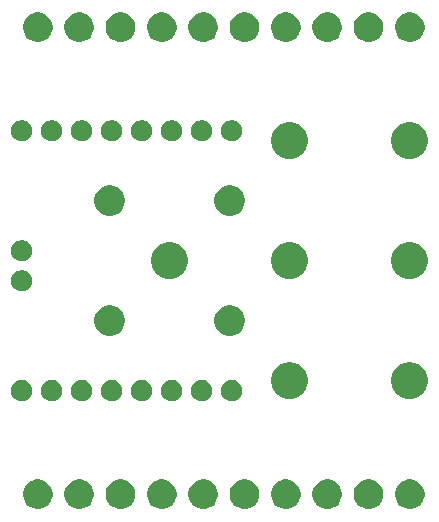
<source format=gbr>
G04 #@! TF.GenerationSoftware,KiCad,Pcbnew,5.1.5-52549c5~86~ubuntu18.04.1*
G04 #@! TF.CreationDate,2020-09-08T17:42:28-05:00*
G04 #@! TF.ProjectId,C02,4330322e-6b69-4636-9164-5f7063625858,rev?*
G04 #@! TF.SameCoordinates,Original*
G04 #@! TF.FileFunction,Soldermask,Top*
G04 #@! TF.FilePolarity,Negative*
%FSLAX46Y46*%
G04 Gerber Fmt 4.6, Leading zero omitted, Abs format (unit mm)*
G04 Created by KiCad (PCBNEW 5.1.5-52549c5~86~ubuntu18.04.1) date 2020-09-08 17:42:28*
%MOMM*%
%LPD*%
G04 APERTURE LIST*
%ADD10C,0.100000*%
G04 APERTURE END LIST*
D10*
G36*
X54670103Y-62698475D02*
G01*
X54897771Y-62792778D01*
X55102666Y-62929685D01*
X55276915Y-63103934D01*
X55413822Y-63308829D01*
X55508125Y-63536497D01*
X55556200Y-63778187D01*
X55556200Y-64024613D01*
X55508125Y-64266303D01*
X55413822Y-64493971D01*
X55276915Y-64698866D01*
X55102666Y-64873115D01*
X54897771Y-65010022D01*
X54897770Y-65010023D01*
X54897769Y-65010023D01*
X54670103Y-65104325D01*
X54428414Y-65152400D01*
X54181986Y-65152400D01*
X53940297Y-65104325D01*
X53712631Y-65010023D01*
X53712630Y-65010023D01*
X53712629Y-65010022D01*
X53507734Y-64873115D01*
X53333485Y-64698866D01*
X53196578Y-64493971D01*
X53102275Y-64266303D01*
X53054200Y-64024613D01*
X53054200Y-63778187D01*
X53102275Y-63536497D01*
X53196578Y-63308829D01*
X53333485Y-63103934D01*
X53507734Y-62929685D01*
X53712629Y-62792778D01*
X53940297Y-62698475D01*
X54181986Y-62650400D01*
X54428414Y-62650400D01*
X54670103Y-62698475D01*
G37*
G36*
X51170103Y-62698475D02*
G01*
X51397771Y-62792778D01*
X51602666Y-62929685D01*
X51776915Y-63103934D01*
X51913822Y-63308829D01*
X52008125Y-63536497D01*
X52056200Y-63778187D01*
X52056200Y-64024613D01*
X52008125Y-64266303D01*
X51913822Y-64493971D01*
X51776915Y-64698866D01*
X51602666Y-64873115D01*
X51397771Y-65010022D01*
X51397770Y-65010023D01*
X51397769Y-65010023D01*
X51170103Y-65104325D01*
X50928414Y-65152400D01*
X50681986Y-65152400D01*
X50440297Y-65104325D01*
X50212631Y-65010023D01*
X50212630Y-65010023D01*
X50212629Y-65010022D01*
X50007734Y-64873115D01*
X49833485Y-64698866D01*
X49696578Y-64493971D01*
X49602275Y-64266303D01*
X49554200Y-64024613D01*
X49554200Y-63778187D01*
X49602275Y-63536497D01*
X49696578Y-63308829D01*
X49833485Y-63103934D01*
X50007734Y-62929685D01*
X50212629Y-62792778D01*
X50440297Y-62698475D01*
X50681986Y-62650400D01*
X50928414Y-62650400D01*
X51170103Y-62698475D01*
G37*
G36*
X23170103Y-62698475D02*
G01*
X23397771Y-62792778D01*
X23602666Y-62929685D01*
X23776915Y-63103934D01*
X23913822Y-63308829D01*
X24008125Y-63536497D01*
X24056200Y-63778187D01*
X24056200Y-64024613D01*
X24008125Y-64266303D01*
X23913822Y-64493971D01*
X23776915Y-64698866D01*
X23602666Y-64873115D01*
X23397771Y-65010022D01*
X23397770Y-65010023D01*
X23397769Y-65010023D01*
X23170103Y-65104325D01*
X22928414Y-65152400D01*
X22681986Y-65152400D01*
X22440297Y-65104325D01*
X22212631Y-65010023D01*
X22212630Y-65010023D01*
X22212629Y-65010022D01*
X22007734Y-64873115D01*
X21833485Y-64698866D01*
X21696578Y-64493971D01*
X21602275Y-64266303D01*
X21554200Y-64024613D01*
X21554200Y-63778187D01*
X21602275Y-63536497D01*
X21696578Y-63308829D01*
X21833485Y-63103934D01*
X22007734Y-62929685D01*
X22212629Y-62792778D01*
X22440297Y-62698475D01*
X22681986Y-62650400D01*
X22928414Y-62650400D01*
X23170103Y-62698475D01*
G37*
G36*
X26670103Y-62698475D02*
G01*
X26897771Y-62792778D01*
X27102666Y-62929685D01*
X27276915Y-63103934D01*
X27413822Y-63308829D01*
X27508125Y-63536497D01*
X27556200Y-63778187D01*
X27556200Y-64024613D01*
X27508125Y-64266303D01*
X27413822Y-64493971D01*
X27276915Y-64698866D01*
X27102666Y-64873115D01*
X26897771Y-65010022D01*
X26897770Y-65010023D01*
X26897769Y-65010023D01*
X26670103Y-65104325D01*
X26428414Y-65152400D01*
X26181986Y-65152400D01*
X25940297Y-65104325D01*
X25712631Y-65010023D01*
X25712630Y-65010023D01*
X25712629Y-65010022D01*
X25507734Y-64873115D01*
X25333485Y-64698866D01*
X25196578Y-64493971D01*
X25102275Y-64266303D01*
X25054200Y-64024613D01*
X25054200Y-63778187D01*
X25102275Y-63536497D01*
X25196578Y-63308829D01*
X25333485Y-63103934D01*
X25507734Y-62929685D01*
X25712629Y-62792778D01*
X25940297Y-62698475D01*
X26181986Y-62650400D01*
X26428414Y-62650400D01*
X26670103Y-62698475D01*
G37*
G36*
X30170103Y-62698475D02*
G01*
X30397771Y-62792778D01*
X30602666Y-62929685D01*
X30776915Y-63103934D01*
X30913822Y-63308829D01*
X31008125Y-63536497D01*
X31056200Y-63778187D01*
X31056200Y-64024613D01*
X31008125Y-64266303D01*
X30913822Y-64493971D01*
X30776915Y-64698866D01*
X30602666Y-64873115D01*
X30397771Y-65010022D01*
X30397770Y-65010023D01*
X30397769Y-65010023D01*
X30170103Y-65104325D01*
X29928414Y-65152400D01*
X29681986Y-65152400D01*
X29440297Y-65104325D01*
X29212631Y-65010023D01*
X29212630Y-65010023D01*
X29212629Y-65010022D01*
X29007734Y-64873115D01*
X28833485Y-64698866D01*
X28696578Y-64493971D01*
X28602275Y-64266303D01*
X28554200Y-64024613D01*
X28554200Y-63778187D01*
X28602275Y-63536497D01*
X28696578Y-63308829D01*
X28833485Y-63103934D01*
X29007734Y-62929685D01*
X29212629Y-62792778D01*
X29440297Y-62698475D01*
X29681986Y-62650400D01*
X29928414Y-62650400D01*
X30170103Y-62698475D01*
G37*
G36*
X33670103Y-62698475D02*
G01*
X33897771Y-62792778D01*
X34102666Y-62929685D01*
X34276915Y-63103934D01*
X34413822Y-63308829D01*
X34508125Y-63536497D01*
X34556200Y-63778187D01*
X34556200Y-64024613D01*
X34508125Y-64266303D01*
X34413822Y-64493971D01*
X34276915Y-64698866D01*
X34102666Y-64873115D01*
X33897771Y-65010022D01*
X33897770Y-65010023D01*
X33897769Y-65010023D01*
X33670103Y-65104325D01*
X33428414Y-65152400D01*
X33181986Y-65152400D01*
X32940297Y-65104325D01*
X32712631Y-65010023D01*
X32712630Y-65010023D01*
X32712629Y-65010022D01*
X32507734Y-64873115D01*
X32333485Y-64698866D01*
X32196578Y-64493971D01*
X32102275Y-64266303D01*
X32054200Y-64024613D01*
X32054200Y-63778187D01*
X32102275Y-63536497D01*
X32196578Y-63308829D01*
X32333485Y-63103934D01*
X32507734Y-62929685D01*
X32712629Y-62792778D01*
X32940297Y-62698475D01*
X33181986Y-62650400D01*
X33428414Y-62650400D01*
X33670103Y-62698475D01*
G37*
G36*
X40670103Y-62698475D02*
G01*
X40897771Y-62792778D01*
X41102666Y-62929685D01*
X41276915Y-63103934D01*
X41413822Y-63308829D01*
X41508125Y-63536497D01*
X41556200Y-63778187D01*
X41556200Y-64024613D01*
X41508125Y-64266303D01*
X41413822Y-64493971D01*
X41276915Y-64698866D01*
X41102666Y-64873115D01*
X40897771Y-65010022D01*
X40897770Y-65010023D01*
X40897769Y-65010023D01*
X40670103Y-65104325D01*
X40428414Y-65152400D01*
X40181986Y-65152400D01*
X39940297Y-65104325D01*
X39712631Y-65010023D01*
X39712630Y-65010023D01*
X39712629Y-65010022D01*
X39507734Y-64873115D01*
X39333485Y-64698866D01*
X39196578Y-64493971D01*
X39102275Y-64266303D01*
X39054200Y-64024613D01*
X39054200Y-63778187D01*
X39102275Y-63536497D01*
X39196578Y-63308829D01*
X39333485Y-63103934D01*
X39507734Y-62929685D01*
X39712629Y-62792778D01*
X39940297Y-62698475D01*
X40181986Y-62650400D01*
X40428414Y-62650400D01*
X40670103Y-62698475D01*
G37*
G36*
X44170103Y-62698475D02*
G01*
X44397771Y-62792778D01*
X44602666Y-62929685D01*
X44776915Y-63103934D01*
X44913822Y-63308829D01*
X45008125Y-63536497D01*
X45056200Y-63778187D01*
X45056200Y-64024613D01*
X45008125Y-64266303D01*
X44913822Y-64493971D01*
X44776915Y-64698866D01*
X44602666Y-64873115D01*
X44397771Y-65010022D01*
X44397770Y-65010023D01*
X44397769Y-65010023D01*
X44170103Y-65104325D01*
X43928414Y-65152400D01*
X43681986Y-65152400D01*
X43440297Y-65104325D01*
X43212631Y-65010023D01*
X43212630Y-65010023D01*
X43212629Y-65010022D01*
X43007734Y-64873115D01*
X42833485Y-64698866D01*
X42696578Y-64493971D01*
X42602275Y-64266303D01*
X42554200Y-64024613D01*
X42554200Y-63778187D01*
X42602275Y-63536497D01*
X42696578Y-63308829D01*
X42833485Y-63103934D01*
X43007734Y-62929685D01*
X43212629Y-62792778D01*
X43440297Y-62698475D01*
X43681986Y-62650400D01*
X43928414Y-62650400D01*
X44170103Y-62698475D01*
G37*
G36*
X47670103Y-62698475D02*
G01*
X47897771Y-62792778D01*
X48102666Y-62929685D01*
X48276915Y-63103934D01*
X48413822Y-63308829D01*
X48508125Y-63536497D01*
X48556200Y-63778187D01*
X48556200Y-64024613D01*
X48508125Y-64266303D01*
X48413822Y-64493971D01*
X48276915Y-64698866D01*
X48102666Y-64873115D01*
X47897771Y-65010022D01*
X47897770Y-65010023D01*
X47897769Y-65010023D01*
X47670103Y-65104325D01*
X47428414Y-65152400D01*
X47181986Y-65152400D01*
X46940297Y-65104325D01*
X46712631Y-65010023D01*
X46712630Y-65010023D01*
X46712629Y-65010022D01*
X46507734Y-64873115D01*
X46333485Y-64698866D01*
X46196578Y-64493971D01*
X46102275Y-64266303D01*
X46054200Y-64024613D01*
X46054200Y-63778187D01*
X46102275Y-63536497D01*
X46196578Y-63308829D01*
X46333485Y-63103934D01*
X46507734Y-62929685D01*
X46712629Y-62792778D01*
X46940297Y-62698475D01*
X47181986Y-62650400D01*
X47428414Y-62650400D01*
X47670103Y-62698475D01*
G37*
G36*
X37170103Y-62698475D02*
G01*
X37397771Y-62792778D01*
X37602666Y-62929685D01*
X37776915Y-63103934D01*
X37913822Y-63308829D01*
X38008125Y-63536497D01*
X38056200Y-63778187D01*
X38056200Y-64024613D01*
X38008125Y-64266303D01*
X37913822Y-64493971D01*
X37776915Y-64698866D01*
X37602666Y-64873115D01*
X37397771Y-65010022D01*
X37397770Y-65010023D01*
X37397769Y-65010023D01*
X37170103Y-65104325D01*
X36928414Y-65152400D01*
X36681986Y-65152400D01*
X36440297Y-65104325D01*
X36212631Y-65010023D01*
X36212630Y-65010023D01*
X36212629Y-65010022D01*
X36007734Y-64873115D01*
X35833485Y-64698866D01*
X35696578Y-64493971D01*
X35602275Y-64266303D01*
X35554200Y-64024613D01*
X35554200Y-63778187D01*
X35602275Y-63536497D01*
X35696578Y-63308829D01*
X35833485Y-63103934D01*
X36007734Y-62929685D01*
X36212629Y-62792778D01*
X36440297Y-62698475D01*
X36681986Y-62650400D01*
X36928414Y-62650400D01*
X37170103Y-62698475D01*
G37*
G36*
X34251112Y-54233927D02*
G01*
X34400412Y-54263624D01*
X34564384Y-54331544D01*
X34711954Y-54430147D01*
X34837453Y-54555646D01*
X34936056Y-54703216D01*
X35003976Y-54867188D01*
X35038600Y-55041259D01*
X35038600Y-55218741D01*
X35003976Y-55392812D01*
X34936056Y-55556784D01*
X34837453Y-55704354D01*
X34711954Y-55829853D01*
X34564384Y-55928456D01*
X34400412Y-55996376D01*
X34251112Y-56026073D01*
X34226342Y-56031000D01*
X34048858Y-56031000D01*
X34024088Y-56026073D01*
X33874788Y-55996376D01*
X33710816Y-55928456D01*
X33563246Y-55829853D01*
X33437747Y-55704354D01*
X33339144Y-55556784D01*
X33271224Y-55392812D01*
X33236600Y-55218741D01*
X33236600Y-55041259D01*
X33271224Y-54867188D01*
X33339144Y-54703216D01*
X33437747Y-54555646D01*
X33563246Y-54430147D01*
X33710816Y-54331544D01*
X33874788Y-54263624D01*
X34024088Y-54233927D01*
X34048858Y-54229000D01*
X34226342Y-54229000D01*
X34251112Y-54233927D01*
G37*
G36*
X39331112Y-54233927D02*
G01*
X39480412Y-54263624D01*
X39644384Y-54331544D01*
X39791954Y-54430147D01*
X39917453Y-54555646D01*
X40016056Y-54703216D01*
X40083976Y-54867188D01*
X40118600Y-55041259D01*
X40118600Y-55218741D01*
X40083976Y-55392812D01*
X40016056Y-55556784D01*
X39917453Y-55704354D01*
X39791954Y-55829853D01*
X39644384Y-55928456D01*
X39480412Y-55996376D01*
X39331112Y-56026073D01*
X39306342Y-56031000D01*
X39128858Y-56031000D01*
X39104088Y-56026073D01*
X38954788Y-55996376D01*
X38790816Y-55928456D01*
X38643246Y-55829853D01*
X38517747Y-55704354D01*
X38419144Y-55556784D01*
X38351224Y-55392812D01*
X38316600Y-55218741D01*
X38316600Y-55041259D01*
X38351224Y-54867188D01*
X38419144Y-54703216D01*
X38517747Y-54555646D01*
X38643246Y-54430147D01*
X38790816Y-54331544D01*
X38954788Y-54263624D01*
X39104088Y-54233927D01*
X39128858Y-54229000D01*
X39306342Y-54229000D01*
X39331112Y-54233927D01*
G37*
G36*
X36791112Y-54233927D02*
G01*
X36940412Y-54263624D01*
X37104384Y-54331544D01*
X37251954Y-54430147D01*
X37377453Y-54555646D01*
X37476056Y-54703216D01*
X37543976Y-54867188D01*
X37578600Y-55041259D01*
X37578600Y-55218741D01*
X37543976Y-55392812D01*
X37476056Y-55556784D01*
X37377453Y-55704354D01*
X37251954Y-55829853D01*
X37104384Y-55928456D01*
X36940412Y-55996376D01*
X36791112Y-56026073D01*
X36766342Y-56031000D01*
X36588858Y-56031000D01*
X36564088Y-56026073D01*
X36414788Y-55996376D01*
X36250816Y-55928456D01*
X36103246Y-55829853D01*
X35977747Y-55704354D01*
X35879144Y-55556784D01*
X35811224Y-55392812D01*
X35776600Y-55218741D01*
X35776600Y-55041259D01*
X35811224Y-54867188D01*
X35879144Y-54703216D01*
X35977747Y-54555646D01*
X36103246Y-54430147D01*
X36250816Y-54331544D01*
X36414788Y-54263624D01*
X36564088Y-54233927D01*
X36588858Y-54229000D01*
X36766342Y-54229000D01*
X36791112Y-54233927D01*
G37*
G36*
X29171112Y-54233927D02*
G01*
X29320412Y-54263624D01*
X29484384Y-54331544D01*
X29631954Y-54430147D01*
X29757453Y-54555646D01*
X29856056Y-54703216D01*
X29923976Y-54867188D01*
X29958600Y-55041259D01*
X29958600Y-55218741D01*
X29923976Y-55392812D01*
X29856056Y-55556784D01*
X29757453Y-55704354D01*
X29631954Y-55829853D01*
X29484384Y-55928456D01*
X29320412Y-55996376D01*
X29171112Y-56026073D01*
X29146342Y-56031000D01*
X28968858Y-56031000D01*
X28944088Y-56026073D01*
X28794788Y-55996376D01*
X28630816Y-55928456D01*
X28483246Y-55829853D01*
X28357747Y-55704354D01*
X28259144Y-55556784D01*
X28191224Y-55392812D01*
X28156600Y-55218741D01*
X28156600Y-55041259D01*
X28191224Y-54867188D01*
X28259144Y-54703216D01*
X28357747Y-54555646D01*
X28483246Y-54430147D01*
X28630816Y-54331544D01*
X28794788Y-54263624D01*
X28944088Y-54233927D01*
X28968858Y-54229000D01*
X29146342Y-54229000D01*
X29171112Y-54233927D01*
G37*
G36*
X26631112Y-54233927D02*
G01*
X26780412Y-54263624D01*
X26944384Y-54331544D01*
X27091954Y-54430147D01*
X27217453Y-54555646D01*
X27316056Y-54703216D01*
X27383976Y-54867188D01*
X27418600Y-55041259D01*
X27418600Y-55218741D01*
X27383976Y-55392812D01*
X27316056Y-55556784D01*
X27217453Y-55704354D01*
X27091954Y-55829853D01*
X26944384Y-55928456D01*
X26780412Y-55996376D01*
X26631112Y-56026073D01*
X26606342Y-56031000D01*
X26428858Y-56031000D01*
X26404088Y-56026073D01*
X26254788Y-55996376D01*
X26090816Y-55928456D01*
X25943246Y-55829853D01*
X25817747Y-55704354D01*
X25719144Y-55556784D01*
X25651224Y-55392812D01*
X25616600Y-55218741D01*
X25616600Y-55041259D01*
X25651224Y-54867188D01*
X25719144Y-54703216D01*
X25817747Y-54555646D01*
X25943246Y-54430147D01*
X26090816Y-54331544D01*
X26254788Y-54263624D01*
X26404088Y-54233927D01*
X26428858Y-54229000D01*
X26606342Y-54229000D01*
X26631112Y-54233927D01*
G37*
G36*
X24091112Y-54233927D02*
G01*
X24240412Y-54263624D01*
X24404384Y-54331544D01*
X24551954Y-54430147D01*
X24677453Y-54555646D01*
X24776056Y-54703216D01*
X24843976Y-54867188D01*
X24878600Y-55041259D01*
X24878600Y-55218741D01*
X24843976Y-55392812D01*
X24776056Y-55556784D01*
X24677453Y-55704354D01*
X24551954Y-55829853D01*
X24404384Y-55928456D01*
X24240412Y-55996376D01*
X24091112Y-56026073D01*
X24066342Y-56031000D01*
X23888858Y-56031000D01*
X23864088Y-56026073D01*
X23714788Y-55996376D01*
X23550816Y-55928456D01*
X23403246Y-55829853D01*
X23277747Y-55704354D01*
X23179144Y-55556784D01*
X23111224Y-55392812D01*
X23076600Y-55218741D01*
X23076600Y-55041259D01*
X23111224Y-54867188D01*
X23179144Y-54703216D01*
X23277747Y-54555646D01*
X23403246Y-54430147D01*
X23550816Y-54331544D01*
X23714788Y-54263624D01*
X23864088Y-54233927D01*
X23888858Y-54229000D01*
X24066342Y-54229000D01*
X24091112Y-54233927D01*
G37*
G36*
X31711112Y-54233927D02*
G01*
X31860412Y-54263624D01*
X32024384Y-54331544D01*
X32171954Y-54430147D01*
X32297453Y-54555646D01*
X32396056Y-54703216D01*
X32463976Y-54867188D01*
X32498600Y-55041259D01*
X32498600Y-55218741D01*
X32463976Y-55392812D01*
X32396056Y-55556784D01*
X32297453Y-55704354D01*
X32171954Y-55829853D01*
X32024384Y-55928456D01*
X31860412Y-55996376D01*
X31711112Y-56026073D01*
X31686342Y-56031000D01*
X31508858Y-56031000D01*
X31484088Y-56026073D01*
X31334788Y-55996376D01*
X31170816Y-55928456D01*
X31023246Y-55829853D01*
X30897747Y-55704354D01*
X30799144Y-55556784D01*
X30731224Y-55392812D01*
X30696600Y-55218741D01*
X30696600Y-55041259D01*
X30731224Y-54867188D01*
X30799144Y-54703216D01*
X30897747Y-54555646D01*
X31023246Y-54430147D01*
X31170816Y-54331544D01*
X31334788Y-54263624D01*
X31484088Y-54233927D01*
X31508858Y-54229000D01*
X31686342Y-54229000D01*
X31711112Y-54233927D01*
G37*
G36*
X21551112Y-54233927D02*
G01*
X21700412Y-54263624D01*
X21864384Y-54331544D01*
X22011954Y-54430147D01*
X22137453Y-54555646D01*
X22236056Y-54703216D01*
X22303976Y-54867188D01*
X22338600Y-55041259D01*
X22338600Y-55218741D01*
X22303976Y-55392812D01*
X22236056Y-55556784D01*
X22137453Y-55704354D01*
X22011954Y-55829853D01*
X21864384Y-55928456D01*
X21700412Y-55996376D01*
X21551112Y-56026073D01*
X21526342Y-56031000D01*
X21348858Y-56031000D01*
X21324088Y-56026073D01*
X21174788Y-55996376D01*
X21010816Y-55928456D01*
X20863246Y-55829853D01*
X20737747Y-55704354D01*
X20639144Y-55556784D01*
X20571224Y-55392812D01*
X20536600Y-55218741D01*
X20536600Y-55041259D01*
X20571224Y-54867188D01*
X20639144Y-54703216D01*
X20737747Y-54555646D01*
X20863246Y-54430147D01*
X21010816Y-54331544D01*
X21174788Y-54263624D01*
X21324088Y-54233927D01*
X21348858Y-54229000D01*
X21526342Y-54229000D01*
X21551112Y-54233927D01*
G37*
G36*
X54592585Y-52768802D02*
G01*
X54742410Y-52798604D01*
X55024674Y-52915521D01*
X55278705Y-53085259D01*
X55494741Y-53301295D01*
X55664479Y-53555326D01*
X55781396Y-53837590D01*
X55841000Y-54137240D01*
X55841000Y-54442760D01*
X55781396Y-54742410D01*
X55664479Y-55024674D01*
X55494741Y-55278705D01*
X55278705Y-55494741D01*
X55024674Y-55664479D01*
X54742410Y-55781396D01*
X54592585Y-55811198D01*
X54442761Y-55841000D01*
X54137239Y-55841000D01*
X53987415Y-55811198D01*
X53837590Y-55781396D01*
X53555326Y-55664479D01*
X53301295Y-55494741D01*
X53085259Y-55278705D01*
X52915521Y-55024674D01*
X52798604Y-54742410D01*
X52739000Y-54442760D01*
X52739000Y-54137240D01*
X52798604Y-53837590D01*
X52915521Y-53555326D01*
X53085259Y-53301295D01*
X53301295Y-53085259D01*
X53555326Y-52915521D01*
X53837590Y-52798604D01*
X53987415Y-52768802D01*
X54137239Y-52739000D01*
X54442761Y-52739000D01*
X54592585Y-52768802D01*
G37*
G36*
X44432585Y-52768802D02*
G01*
X44582410Y-52798604D01*
X44864674Y-52915521D01*
X45118705Y-53085259D01*
X45334741Y-53301295D01*
X45504479Y-53555326D01*
X45621396Y-53837590D01*
X45681000Y-54137240D01*
X45681000Y-54442760D01*
X45621396Y-54742410D01*
X45504479Y-55024674D01*
X45334741Y-55278705D01*
X45118705Y-55494741D01*
X44864674Y-55664479D01*
X44582410Y-55781396D01*
X44432585Y-55811198D01*
X44282761Y-55841000D01*
X43977239Y-55841000D01*
X43827415Y-55811198D01*
X43677590Y-55781396D01*
X43395326Y-55664479D01*
X43141295Y-55494741D01*
X42925259Y-55278705D01*
X42755521Y-55024674D01*
X42638604Y-54742410D01*
X42579000Y-54442760D01*
X42579000Y-54137240D01*
X42638604Y-53837590D01*
X42755521Y-53555326D01*
X42925259Y-53301295D01*
X43141295Y-53085259D01*
X43395326Y-52915521D01*
X43677590Y-52798604D01*
X43827415Y-52768802D01*
X43977239Y-52739000D01*
X44282761Y-52739000D01*
X44432585Y-52768802D01*
G37*
G36*
X39429393Y-47959304D02*
G01*
X39666101Y-48057352D01*
X39666103Y-48057353D01*
X39879135Y-48199696D01*
X40060304Y-48380865D01*
X40202647Y-48593897D01*
X40202648Y-48593899D01*
X40300696Y-48830607D01*
X40350680Y-49081893D01*
X40350680Y-49338107D01*
X40300696Y-49589393D01*
X40202648Y-49826101D01*
X40202647Y-49826103D01*
X40060304Y-50039135D01*
X39879135Y-50220304D01*
X39666103Y-50362647D01*
X39666102Y-50362648D01*
X39666101Y-50362648D01*
X39429393Y-50460696D01*
X39178107Y-50510680D01*
X38921893Y-50510680D01*
X38670607Y-50460696D01*
X38433899Y-50362648D01*
X38433898Y-50362648D01*
X38433897Y-50362647D01*
X38220865Y-50220304D01*
X38039696Y-50039135D01*
X37897353Y-49826103D01*
X37897352Y-49826101D01*
X37799304Y-49589393D01*
X37749320Y-49338107D01*
X37749320Y-49081893D01*
X37799304Y-48830607D01*
X37897352Y-48593899D01*
X37897353Y-48593897D01*
X38039696Y-48380865D01*
X38220865Y-48199696D01*
X38433897Y-48057353D01*
X38433899Y-48057352D01*
X38670607Y-47959304D01*
X38921893Y-47909320D01*
X39178107Y-47909320D01*
X39429393Y-47959304D01*
G37*
G36*
X29269393Y-47959304D02*
G01*
X29506101Y-48057352D01*
X29506103Y-48057353D01*
X29719135Y-48199696D01*
X29900304Y-48380865D01*
X30042647Y-48593897D01*
X30042648Y-48593899D01*
X30140696Y-48830607D01*
X30190680Y-49081893D01*
X30190680Y-49338107D01*
X30140696Y-49589393D01*
X30042648Y-49826101D01*
X30042647Y-49826103D01*
X29900304Y-50039135D01*
X29719135Y-50220304D01*
X29506103Y-50362647D01*
X29506102Y-50362648D01*
X29506101Y-50362648D01*
X29269393Y-50460696D01*
X29018107Y-50510680D01*
X28761893Y-50510680D01*
X28510607Y-50460696D01*
X28273899Y-50362648D01*
X28273898Y-50362648D01*
X28273897Y-50362647D01*
X28060865Y-50220304D01*
X27879696Y-50039135D01*
X27737353Y-49826103D01*
X27737352Y-49826101D01*
X27639304Y-49589393D01*
X27589320Y-49338107D01*
X27589320Y-49081893D01*
X27639304Y-48830607D01*
X27737352Y-48593899D01*
X27737353Y-48593897D01*
X27879696Y-48380865D01*
X28060865Y-48199696D01*
X28273897Y-48057353D01*
X28273899Y-48057352D01*
X28510607Y-47959304D01*
X28761893Y-47909320D01*
X29018107Y-47909320D01*
X29269393Y-47959304D01*
G37*
G36*
X21551112Y-44933927D02*
G01*
X21700412Y-44963624D01*
X21864384Y-45031544D01*
X22011954Y-45130147D01*
X22137453Y-45255646D01*
X22236056Y-45403216D01*
X22303976Y-45567188D01*
X22338600Y-45741259D01*
X22338600Y-45918741D01*
X22303976Y-46092812D01*
X22236056Y-46256784D01*
X22137453Y-46404354D01*
X22011954Y-46529853D01*
X21864384Y-46628456D01*
X21700412Y-46696376D01*
X21551112Y-46726073D01*
X21526342Y-46731000D01*
X21348858Y-46731000D01*
X21324088Y-46726073D01*
X21174788Y-46696376D01*
X21010816Y-46628456D01*
X20863246Y-46529853D01*
X20737747Y-46404354D01*
X20639144Y-46256784D01*
X20571224Y-46092812D01*
X20536600Y-45918741D01*
X20536600Y-45741259D01*
X20571224Y-45567188D01*
X20639144Y-45403216D01*
X20737747Y-45255646D01*
X20863246Y-45130147D01*
X21010816Y-45031544D01*
X21174788Y-44963624D01*
X21324088Y-44933927D01*
X21348858Y-44929000D01*
X21526342Y-44929000D01*
X21551112Y-44933927D01*
G37*
G36*
X54498800Y-42590147D02*
G01*
X54742410Y-42638604D01*
X55024674Y-42755521D01*
X55278705Y-42925259D01*
X55494741Y-43141295D01*
X55664479Y-43395326D01*
X55781396Y-43677590D01*
X55841000Y-43977240D01*
X55841000Y-44282760D01*
X55781396Y-44582410D01*
X55664479Y-44864674D01*
X55494741Y-45118705D01*
X55278705Y-45334741D01*
X55024674Y-45504479D01*
X54742410Y-45621396D01*
X54592585Y-45651198D01*
X54442761Y-45681000D01*
X54137239Y-45681000D01*
X53987415Y-45651198D01*
X53837590Y-45621396D01*
X53555326Y-45504479D01*
X53301295Y-45334741D01*
X53085259Y-45118705D01*
X52915521Y-44864674D01*
X52798604Y-44582410D01*
X52739000Y-44282760D01*
X52739000Y-43977240D01*
X52798604Y-43677590D01*
X52915521Y-43395326D01*
X53085259Y-43141295D01*
X53301295Y-42925259D01*
X53555326Y-42755521D01*
X53837590Y-42638604D01*
X54081200Y-42590147D01*
X54137239Y-42579000D01*
X54442761Y-42579000D01*
X54498800Y-42590147D01*
G37*
G36*
X44338800Y-42590147D02*
G01*
X44582410Y-42638604D01*
X44864674Y-42755521D01*
X45118705Y-42925259D01*
X45334741Y-43141295D01*
X45504479Y-43395326D01*
X45621396Y-43677590D01*
X45681000Y-43977240D01*
X45681000Y-44282760D01*
X45621396Y-44582410D01*
X45504479Y-44864674D01*
X45334741Y-45118705D01*
X45118705Y-45334741D01*
X44864674Y-45504479D01*
X44582410Y-45621396D01*
X44432585Y-45651198D01*
X44282761Y-45681000D01*
X43977239Y-45681000D01*
X43827415Y-45651198D01*
X43677590Y-45621396D01*
X43395326Y-45504479D01*
X43141295Y-45334741D01*
X42925259Y-45118705D01*
X42755521Y-44864674D01*
X42638604Y-44582410D01*
X42579000Y-44282760D01*
X42579000Y-43977240D01*
X42638604Y-43677590D01*
X42755521Y-43395326D01*
X42925259Y-43141295D01*
X43141295Y-42925259D01*
X43395326Y-42755521D01*
X43677590Y-42638604D01*
X43921200Y-42590147D01*
X43977239Y-42579000D01*
X44282761Y-42579000D01*
X44338800Y-42590147D01*
G37*
G36*
X34178800Y-42590147D02*
G01*
X34422410Y-42638604D01*
X34704674Y-42755521D01*
X34958705Y-42925259D01*
X35174741Y-43141295D01*
X35344479Y-43395326D01*
X35461396Y-43677590D01*
X35521000Y-43977240D01*
X35521000Y-44282760D01*
X35461396Y-44582410D01*
X35344479Y-44864674D01*
X35174741Y-45118705D01*
X34958705Y-45334741D01*
X34704674Y-45504479D01*
X34422410Y-45621396D01*
X34272585Y-45651198D01*
X34122761Y-45681000D01*
X33817239Y-45681000D01*
X33667415Y-45651198D01*
X33517590Y-45621396D01*
X33235326Y-45504479D01*
X32981295Y-45334741D01*
X32765259Y-45118705D01*
X32595521Y-44864674D01*
X32478604Y-44582410D01*
X32419000Y-44282760D01*
X32419000Y-43977240D01*
X32478604Y-43677590D01*
X32595521Y-43395326D01*
X32765259Y-43141295D01*
X32981295Y-42925259D01*
X33235326Y-42755521D01*
X33517590Y-42638604D01*
X33761200Y-42590147D01*
X33817239Y-42579000D01*
X34122761Y-42579000D01*
X34178800Y-42590147D01*
G37*
G36*
X21551112Y-42393927D02*
G01*
X21700412Y-42423624D01*
X21864384Y-42491544D01*
X22011954Y-42590147D01*
X22137453Y-42715646D01*
X22236056Y-42863216D01*
X22303976Y-43027188D01*
X22338600Y-43201259D01*
X22338600Y-43378741D01*
X22303976Y-43552812D01*
X22236056Y-43716784D01*
X22137453Y-43864354D01*
X22011954Y-43989853D01*
X21864384Y-44088456D01*
X21700412Y-44156376D01*
X21551112Y-44186073D01*
X21526342Y-44191000D01*
X21348858Y-44191000D01*
X21324088Y-44186073D01*
X21174788Y-44156376D01*
X21010816Y-44088456D01*
X20863246Y-43989853D01*
X20737747Y-43864354D01*
X20639144Y-43716784D01*
X20571224Y-43552812D01*
X20536600Y-43378741D01*
X20536600Y-43201259D01*
X20571224Y-43027188D01*
X20639144Y-42863216D01*
X20737747Y-42715646D01*
X20863246Y-42590147D01*
X21010816Y-42491544D01*
X21174788Y-42423624D01*
X21324088Y-42393927D01*
X21348858Y-42389000D01*
X21526342Y-42389000D01*
X21551112Y-42393927D01*
G37*
G36*
X29269393Y-37799304D02*
G01*
X29506101Y-37897352D01*
X29506103Y-37897353D01*
X29719135Y-38039696D01*
X29900304Y-38220865D01*
X30042647Y-38433897D01*
X30042648Y-38433899D01*
X30140696Y-38670607D01*
X30190680Y-38921893D01*
X30190680Y-39178107D01*
X30140696Y-39429393D01*
X30042648Y-39666101D01*
X30042647Y-39666103D01*
X29900304Y-39879135D01*
X29719135Y-40060304D01*
X29506103Y-40202647D01*
X29506102Y-40202648D01*
X29506101Y-40202648D01*
X29269393Y-40300696D01*
X29018107Y-40350680D01*
X28761893Y-40350680D01*
X28510607Y-40300696D01*
X28273899Y-40202648D01*
X28273898Y-40202648D01*
X28273897Y-40202647D01*
X28060865Y-40060304D01*
X27879696Y-39879135D01*
X27737353Y-39666103D01*
X27737352Y-39666101D01*
X27639304Y-39429393D01*
X27589320Y-39178107D01*
X27589320Y-38921893D01*
X27639304Y-38670607D01*
X27737352Y-38433899D01*
X27737353Y-38433897D01*
X27879696Y-38220865D01*
X28060865Y-38039696D01*
X28273897Y-37897353D01*
X28273899Y-37897352D01*
X28510607Y-37799304D01*
X28761893Y-37749320D01*
X29018107Y-37749320D01*
X29269393Y-37799304D01*
G37*
G36*
X39429393Y-37799304D02*
G01*
X39666101Y-37897352D01*
X39666103Y-37897353D01*
X39879135Y-38039696D01*
X40060304Y-38220865D01*
X40202647Y-38433897D01*
X40202648Y-38433899D01*
X40300696Y-38670607D01*
X40350680Y-38921893D01*
X40350680Y-39178107D01*
X40300696Y-39429393D01*
X40202648Y-39666101D01*
X40202647Y-39666103D01*
X40060304Y-39879135D01*
X39879135Y-40060304D01*
X39666103Y-40202647D01*
X39666102Y-40202648D01*
X39666101Y-40202648D01*
X39429393Y-40300696D01*
X39178107Y-40350680D01*
X38921893Y-40350680D01*
X38670607Y-40300696D01*
X38433899Y-40202648D01*
X38433898Y-40202648D01*
X38433897Y-40202647D01*
X38220865Y-40060304D01*
X38039696Y-39879135D01*
X37897353Y-39666103D01*
X37897352Y-39666101D01*
X37799304Y-39429393D01*
X37749320Y-39178107D01*
X37749320Y-38921893D01*
X37799304Y-38670607D01*
X37897352Y-38433899D01*
X37897353Y-38433897D01*
X38039696Y-38220865D01*
X38220865Y-38039696D01*
X38433897Y-37897353D01*
X38433899Y-37897352D01*
X38670607Y-37799304D01*
X38921893Y-37749320D01*
X39178107Y-37749320D01*
X39429393Y-37799304D01*
G37*
G36*
X44338800Y-32430147D02*
G01*
X44582410Y-32478604D01*
X44864674Y-32595521D01*
X45118705Y-32765259D01*
X45334741Y-32981295D01*
X45504479Y-33235326D01*
X45621396Y-33517590D01*
X45681000Y-33817240D01*
X45681000Y-34122760D01*
X45621396Y-34422410D01*
X45504479Y-34704674D01*
X45334741Y-34958705D01*
X45118705Y-35174741D01*
X44864674Y-35344479D01*
X44582410Y-35461396D01*
X44432585Y-35491198D01*
X44282761Y-35521000D01*
X43977239Y-35521000D01*
X43827415Y-35491198D01*
X43677590Y-35461396D01*
X43395326Y-35344479D01*
X43141295Y-35174741D01*
X42925259Y-34958705D01*
X42755521Y-34704674D01*
X42638604Y-34422410D01*
X42579000Y-34122760D01*
X42579000Y-33817240D01*
X42638604Y-33517590D01*
X42755521Y-33235326D01*
X42925259Y-32981295D01*
X43141295Y-32765259D01*
X43395326Y-32595521D01*
X43677590Y-32478604D01*
X43921200Y-32430147D01*
X43977239Y-32419000D01*
X44282761Y-32419000D01*
X44338800Y-32430147D01*
G37*
G36*
X54498800Y-32430147D02*
G01*
X54742410Y-32478604D01*
X55024674Y-32595521D01*
X55278705Y-32765259D01*
X55494741Y-32981295D01*
X55664479Y-33235326D01*
X55781396Y-33517590D01*
X55841000Y-33817240D01*
X55841000Y-34122760D01*
X55781396Y-34422410D01*
X55664479Y-34704674D01*
X55494741Y-34958705D01*
X55278705Y-35174741D01*
X55024674Y-35344479D01*
X54742410Y-35461396D01*
X54592585Y-35491198D01*
X54442761Y-35521000D01*
X54137239Y-35521000D01*
X53987415Y-35491198D01*
X53837590Y-35461396D01*
X53555326Y-35344479D01*
X53301295Y-35174741D01*
X53085259Y-34958705D01*
X52915521Y-34704674D01*
X52798604Y-34422410D01*
X52739000Y-34122760D01*
X52739000Y-33817240D01*
X52798604Y-33517590D01*
X52915521Y-33235326D01*
X53085259Y-32981295D01*
X53301295Y-32765259D01*
X53555326Y-32595521D01*
X53837590Y-32478604D01*
X54081200Y-32430147D01*
X54137239Y-32419000D01*
X54442761Y-32419000D01*
X54498800Y-32430147D01*
G37*
G36*
X21551112Y-32233927D02*
G01*
X21700412Y-32263624D01*
X21864384Y-32331544D01*
X22011954Y-32430147D01*
X22137453Y-32555646D01*
X22236056Y-32703216D01*
X22303976Y-32867188D01*
X22338600Y-33041259D01*
X22338600Y-33218741D01*
X22303976Y-33392812D01*
X22236056Y-33556784D01*
X22137453Y-33704354D01*
X22011954Y-33829853D01*
X21864384Y-33928456D01*
X21700412Y-33996376D01*
X21551112Y-34026073D01*
X21526342Y-34031000D01*
X21348858Y-34031000D01*
X21324088Y-34026073D01*
X21174788Y-33996376D01*
X21010816Y-33928456D01*
X20863246Y-33829853D01*
X20737747Y-33704354D01*
X20639144Y-33556784D01*
X20571224Y-33392812D01*
X20536600Y-33218741D01*
X20536600Y-33041259D01*
X20571224Y-32867188D01*
X20639144Y-32703216D01*
X20737747Y-32555646D01*
X20863246Y-32430147D01*
X21010816Y-32331544D01*
X21174788Y-32263624D01*
X21324088Y-32233927D01*
X21348858Y-32229000D01*
X21526342Y-32229000D01*
X21551112Y-32233927D01*
G37*
G36*
X26631112Y-32233927D02*
G01*
X26780412Y-32263624D01*
X26944384Y-32331544D01*
X27091954Y-32430147D01*
X27217453Y-32555646D01*
X27316056Y-32703216D01*
X27383976Y-32867188D01*
X27418600Y-33041259D01*
X27418600Y-33218741D01*
X27383976Y-33392812D01*
X27316056Y-33556784D01*
X27217453Y-33704354D01*
X27091954Y-33829853D01*
X26944384Y-33928456D01*
X26780412Y-33996376D01*
X26631112Y-34026073D01*
X26606342Y-34031000D01*
X26428858Y-34031000D01*
X26404088Y-34026073D01*
X26254788Y-33996376D01*
X26090816Y-33928456D01*
X25943246Y-33829853D01*
X25817747Y-33704354D01*
X25719144Y-33556784D01*
X25651224Y-33392812D01*
X25616600Y-33218741D01*
X25616600Y-33041259D01*
X25651224Y-32867188D01*
X25719144Y-32703216D01*
X25817747Y-32555646D01*
X25943246Y-32430147D01*
X26090816Y-32331544D01*
X26254788Y-32263624D01*
X26404088Y-32233927D01*
X26428858Y-32229000D01*
X26606342Y-32229000D01*
X26631112Y-32233927D01*
G37*
G36*
X24091112Y-32233927D02*
G01*
X24240412Y-32263624D01*
X24404384Y-32331544D01*
X24551954Y-32430147D01*
X24677453Y-32555646D01*
X24776056Y-32703216D01*
X24843976Y-32867188D01*
X24878600Y-33041259D01*
X24878600Y-33218741D01*
X24843976Y-33392812D01*
X24776056Y-33556784D01*
X24677453Y-33704354D01*
X24551954Y-33829853D01*
X24404384Y-33928456D01*
X24240412Y-33996376D01*
X24091112Y-34026073D01*
X24066342Y-34031000D01*
X23888858Y-34031000D01*
X23864088Y-34026073D01*
X23714788Y-33996376D01*
X23550816Y-33928456D01*
X23403246Y-33829853D01*
X23277747Y-33704354D01*
X23179144Y-33556784D01*
X23111224Y-33392812D01*
X23076600Y-33218741D01*
X23076600Y-33041259D01*
X23111224Y-32867188D01*
X23179144Y-32703216D01*
X23277747Y-32555646D01*
X23403246Y-32430147D01*
X23550816Y-32331544D01*
X23714788Y-32263624D01*
X23864088Y-32233927D01*
X23888858Y-32229000D01*
X24066342Y-32229000D01*
X24091112Y-32233927D01*
G37*
G36*
X29171112Y-32233927D02*
G01*
X29320412Y-32263624D01*
X29484384Y-32331544D01*
X29631954Y-32430147D01*
X29757453Y-32555646D01*
X29856056Y-32703216D01*
X29923976Y-32867188D01*
X29958600Y-33041259D01*
X29958600Y-33218741D01*
X29923976Y-33392812D01*
X29856056Y-33556784D01*
X29757453Y-33704354D01*
X29631954Y-33829853D01*
X29484384Y-33928456D01*
X29320412Y-33996376D01*
X29171112Y-34026073D01*
X29146342Y-34031000D01*
X28968858Y-34031000D01*
X28944088Y-34026073D01*
X28794788Y-33996376D01*
X28630816Y-33928456D01*
X28483246Y-33829853D01*
X28357747Y-33704354D01*
X28259144Y-33556784D01*
X28191224Y-33392812D01*
X28156600Y-33218741D01*
X28156600Y-33041259D01*
X28191224Y-32867188D01*
X28259144Y-32703216D01*
X28357747Y-32555646D01*
X28483246Y-32430147D01*
X28630816Y-32331544D01*
X28794788Y-32263624D01*
X28944088Y-32233927D01*
X28968858Y-32229000D01*
X29146342Y-32229000D01*
X29171112Y-32233927D01*
G37*
G36*
X31711112Y-32233927D02*
G01*
X31860412Y-32263624D01*
X32024384Y-32331544D01*
X32171954Y-32430147D01*
X32297453Y-32555646D01*
X32396056Y-32703216D01*
X32463976Y-32867188D01*
X32498600Y-33041259D01*
X32498600Y-33218741D01*
X32463976Y-33392812D01*
X32396056Y-33556784D01*
X32297453Y-33704354D01*
X32171954Y-33829853D01*
X32024384Y-33928456D01*
X31860412Y-33996376D01*
X31711112Y-34026073D01*
X31686342Y-34031000D01*
X31508858Y-34031000D01*
X31484088Y-34026073D01*
X31334788Y-33996376D01*
X31170816Y-33928456D01*
X31023246Y-33829853D01*
X30897747Y-33704354D01*
X30799144Y-33556784D01*
X30731224Y-33392812D01*
X30696600Y-33218741D01*
X30696600Y-33041259D01*
X30731224Y-32867188D01*
X30799144Y-32703216D01*
X30897747Y-32555646D01*
X31023246Y-32430147D01*
X31170816Y-32331544D01*
X31334788Y-32263624D01*
X31484088Y-32233927D01*
X31508858Y-32229000D01*
X31686342Y-32229000D01*
X31711112Y-32233927D01*
G37*
G36*
X34251112Y-32233927D02*
G01*
X34400412Y-32263624D01*
X34564384Y-32331544D01*
X34711954Y-32430147D01*
X34837453Y-32555646D01*
X34936056Y-32703216D01*
X35003976Y-32867188D01*
X35038600Y-33041259D01*
X35038600Y-33218741D01*
X35003976Y-33392812D01*
X34936056Y-33556784D01*
X34837453Y-33704354D01*
X34711954Y-33829853D01*
X34564384Y-33928456D01*
X34400412Y-33996376D01*
X34251112Y-34026073D01*
X34226342Y-34031000D01*
X34048858Y-34031000D01*
X34024088Y-34026073D01*
X33874788Y-33996376D01*
X33710816Y-33928456D01*
X33563246Y-33829853D01*
X33437747Y-33704354D01*
X33339144Y-33556784D01*
X33271224Y-33392812D01*
X33236600Y-33218741D01*
X33236600Y-33041259D01*
X33271224Y-32867188D01*
X33339144Y-32703216D01*
X33437747Y-32555646D01*
X33563246Y-32430147D01*
X33710816Y-32331544D01*
X33874788Y-32263624D01*
X34024088Y-32233927D01*
X34048858Y-32229000D01*
X34226342Y-32229000D01*
X34251112Y-32233927D01*
G37*
G36*
X36791112Y-32233927D02*
G01*
X36940412Y-32263624D01*
X37104384Y-32331544D01*
X37251954Y-32430147D01*
X37377453Y-32555646D01*
X37476056Y-32703216D01*
X37543976Y-32867188D01*
X37578600Y-33041259D01*
X37578600Y-33218741D01*
X37543976Y-33392812D01*
X37476056Y-33556784D01*
X37377453Y-33704354D01*
X37251954Y-33829853D01*
X37104384Y-33928456D01*
X36940412Y-33996376D01*
X36791112Y-34026073D01*
X36766342Y-34031000D01*
X36588858Y-34031000D01*
X36564088Y-34026073D01*
X36414788Y-33996376D01*
X36250816Y-33928456D01*
X36103246Y-33829853D01*
X35977747Y-33704354D01*
X35879144Y-33556784D01*
X35811224Y-33392812D01*
X35776600Y-33218741D01*
X35776600Y-33041259D01*
X35811224Y-32867188D01*
X35879144Y-32703216D01*
X35977747Y-32555646D01*
X36103246Y-32430147D01*
X36250816Y-32331544D01*
X36414788Y-32263624D01*
X36564088Y-32233927D01*
X36588858Y-32229000D01*
X36766342Y-32229000D01*
X36791112Y-32233927D01*
G37*
G36*
X39331112Y-32233927D02*
G01*
X39480412Y-32263624D01*
X39644384Y-32331544D01*
X39791954Y-32430147D01*
X39917453Y-32555646D01*
X40016056Y-32703216D01*
X40083976Y-32867188D01*
X40118600Y-33041259D01*
X40118600Y-33218741D01*
X40083976Y-33392812D01*
X40016056Y-33556784D01*
X39917453Y-33704354D01*
X39791954Y-33829853D01*
X39644384Y-33928456D01*
X39480412Y-33996376D01*
X39331112Y-34026073D01*
X39306342Y-34031000D01*
X39128858Y-34031000D01*
X39104088Y-34026073D01*
X38954788Y-33996376D01*
X38790816Y-33928456D01*
X38643246Y-33829853D01*
X38517747Y-33704354D01*
X38419144Y-33556784D01*
X38351224Y-33392812D01*
X38316600Y-33218741D01*
X38316600Y-33041259D01*
X38351224Y-32867188D01*
X38419144Y-32703216D01*
X38517747Y-32555646D01*
X38643246Y-32430147D01*
X38790816Y-32331544D01*
X38954788Y-32263624D01*
X39104088Y-32233927D01*
X39128858Y-32229000D01*
X39306342Y-32229000D01*
X39331112Y-32233927D01*
G37*
G36*
X26670103Y-23155675D02*
G01*
X26897771Y-23249978D01*
X27102666Y-23386885D01*
X27276915Y-23561134D01*
X27413822Y-23766029D01*
X27508125Y-23993697D01*
X27556200Y-24235387D01*
X27556200Y-24481813D01*
X27508125Y-24723503D01*
X27413822Y-24951171D01*
X27276915Y-25156066D01*
X27102666Y-25330315D01*
X26897771Y-25467222D01*
X26897770Y-25467223D01*
X26897769Y-25467223D01*
X26670103Y-25561525D01*
X26428414Y-25609600D01*
X26181986Y-25609600D01*
X25940297Y-25561525D01*
X25712631Y-25467223D01*
X25712630Y-25467223D01*
X25712629Y-25467222D01*
X25507734Y-25330315D01*
X25333485Y-25156066D01*
X25196578Y-24951171D01*
X25102275Y-24723503D01*
X25054200Y-24481813D01*
X25054200Y-24235387D01*
X25102275Y-23993697D01*
X25196578Y-23766029D01*
X25333485Y-23561134D01*
X25507734Y-23386885D01*
X25712629Y-23249978D01*
X25940297Y-23155675D01*
X26181986Y-23107600D01*
X26428414Y-23107600D01*
X26670103Y-23155675D01*
G37*
G36*
X23170103Y-23155675D02*
G01*
X23397771Y-23249978D01*
X23602666Y-23386885D01*
X23776915Y-23561134D01*
X23913822Y-23766029D01*
X24008125Y-23993697D01*
X24056200Y-24235387D01*
X24056200Y-24481813D01*
X24008125Y-24723503D01*
X23913822Y-24951171D01*
X23776915Y-25156066D01*
X23602666Y-25330315D01*
X23397771Y-25467222D01*
X23397770Y-25467223D01*
X23397769Y-25467223D01*
X23170103Y-25561525D01*
X22928414Y-25609600D01*
X22681986Y-25609600D01*
X22440297Y-25561525D01*
X22212631Y-25467223D01*
X22212630Y-25467223D01*
X22212629Y-25467222D01*
X22007734Y-25330315D01*
X21833485Y-25156066D01*
X21696578Y-24951171D01*
X21602275Y-24723503D01*
X21554200Y-24481813D01*
X21554200Y-24235387D01*
X21602275Y-23993697D01*
X21696578Y-23766029D01*
X21833485Y-23561134D01*
X22007734Y-23386885D01*
X22212629Y-23249978D01*
X22440297Y-23155675D01*
X22681986Y-23107600D01*
X22928414Y-23107600D01*
X23170103Y-23155675D01*
G37*
G36*
X37170103Y-23155675D02*
G01*
X37397771Y-23249978D01*
X37602666Y-23386885D01*
X37776915Y-23561134D01*
X37913822Y-23766029D01*
X38008125Y-23993697D01*
X38056200Y-24235387D01*
X38056200Y-24481813D01*
X38008125Y-24723503D01*
X37913822Y-24951171D01*
X37776915Y-25156066D01*
X37602666Y-25330315D01*
X37397771Y-25467222D01*
X37397770Y-25467223D01*
X37397769Y-25467223D01*
X37170103Y-25561525D01*
X36928414Y-25609600D01*
X36681986Y-25609600D01*
X36440297Y-25561525D01*
X36212631Y-25467223D01*
X36212630Y-25467223D01*
X36212629Y-25467222D01*
X36007734Y-25330315D01*
X35833485Y-25156066D01*
X35696578Y-24951171D01*
X35602275Y-24723503D01*
X35554200Y-24481813D01*
X35554200Y-24235387D01*
X35602275Y-23993697D01*
X35696578Y-23766029D01*
X35833485Y-23561134D01*
X36007734Y-23386885D01*
X36212629Y-23249978D01*
X36440297Y-23155675D01*
X36681986Y-23107600D01*
X36928414Y-23107600D01*
X37170103Y-23155675D01*
G37*
G36*
X40670103Y-23155675D02*
G01*
X40897771Y-23249978D01*
X41102666Y-23386885D01*
X41276915Y-23561134D01*
X41413822Y-23766029D01*
X41508125Y-23993697D01*
X41556200Y-24235387D01*
X41556200Y-24481813D01*
X41508125Y-24723503D01*
X41413822Y-24951171D01*
X41276915Y-25156066D01*
X41102666Y-25330315D01*
X40897771Y-25467222D01*
X40897770Y-25467223D01*
X40897769Y-25467223D01*
X40670103Y-25561525D01*
X40428414Y-25609600D01*
X40181986Y-25609600D01*
X39940297Y-25561525D01*
X39712631Y-25467223D01*
X39712630Y-25467223D01*
X39712629Y-25467222D01*
X39507734Y-25330315D01*
X39333485Y-25156066D01*
X39196578Y-24951171D01*
X39102275Y-24723503D01*
X39054200Y-24481813D01*
X39054200Y-24235387D01*
X39102275Y-23993697D01*
X39196578Y-23766029D01*
X39333485Y-23561134D01*
X39507734Y-23386885D01*
X39712629Y-23249978D01*
X39940297Y-23155675D01*
X40181986Y-23107600D01*
X40428414Y-23107600D01*
X40670103Y-23155675D01*
G37*
G36*
X44170103Y-23155675D02*
G01*
X44397771Y-23249978D01*
X44602666Y-23386885D01*
X44776915Y-23561134D01*
X44913822Y-23766029D01*
X45008125Y-23993697D01*
X45056200Y-24235387D01*
X45056200Y-24481813D01*
X45008125Y-24723503D01*
X44913822Y-24951171D01*
X44776915Y-25156066D01*
X44602666Y-25330315D01*
X44397771Y-25467222D01*
X44397770Y-25467223D01*
X44397769Y-25467223D01*
X44170103Y-25561525D01*
X43928414Y-25609600D01*
X43681986Y-25609600D01*
X43440297Y-25561525D01*
X43212631Y-25467223D01*
X43212630Y-25467223D01*
X43212629Y-25467222D01*
X43007734Y-25330315D01*
X42833485Y-25156066D01*
X42696578Y-24951171D01*
X42602275Y-24723503D01*
X42554200Y-24481813D01*
X42554200Y-24235387D01*
X42602275Y-23993697D01*
X42696578Y-23766029D01*
X42833485Y-23561134D01*
X43007734Y-23386885D01*
X43212629Y-23249978D01*
X43440297Y-23155675D01*
X43681986Y-23107600D01*
X43928414Y-23107600D01*
X44170103Y-23155675D01*
G37*
G36*
X47670103Y-23155675D02*
G01*
X47897771Y-23249978D01*
X48102666Y-23386885D01*
X48276915Y-23561134D01*
X48413822Y-23766029D01*
X48508125Y-23993697D01*
X48556200Y-24235387D01*
X48556200Y-24481813D01*
X48508125Y-24723503D01*
X48413822Y-24951171D01*
X48276915Y-25156066D01*
X48102666Y-25330315D01*
X47897771Y-25467222D01*
X47897770Y-25467223D01*
X47897769Y-25467223D01*
X47670103Y-25561525D01*
X47428414Y-25609600D01*
X47181986Y-25609600D01*
X46940297Y-25561525D01*
X46712631Y-25467223D01*
X46712630Y-25467223D01*
X46712629Y-25467222D01*
X46507734Y-25330315D01*
X46333485Y-25156066D01*
X46196578Y-24951171D01*
X46102275Y-24723503D01*
X46054200Y-24481813D01*
X46054200Y-24235387D01*
X46102275Y-23993697D01*
X46196578Y-23766029D01*
X46333485Y-23561134D01*
X46507734Y-23386885D01*
X46712629Y-23249978D01*
X46940297Y-23155675D01*
X47181986Y-23107600D01*
X47428414Y-23107600D01*
X47670103Y-23155675D01*
G37*
G36*
X51170103Y-23155675D02*
G01*
X51397771Y-23249978D01*
X51602666Y-23386885D01*
X51776915Y-23561134D01*
X51913822Y-23766029D01*
X52008125Y-23993697D01*
X52056200Y-24235387D01*
X52056200Y-24481813D01*
X52008125Y-24723503D01*
X51913822Y-24951171D01*
X51776915Y-25156066D01*
X51602666Y-25330315D01*
X51397771Y-25467222D01*
X51397770Y-25467223D01*
X51397769Y-25467223D01*
X51170103Y-25561525D01*
X50928414Y-25609600D01*
X50681986Y-25609600D01*
X50440297Y-25561525D01*
X50212631Y-25467223D01*
X50212630Y-25467223D01*
X50212629Y-25467222D01*
X50007734Y-25330315D01*
X49833485Y-25156066D01*
X49696578Y-24951171D01*
X49602275Y-24723503D01*
X49554200Y-24481813D01*
X49554200Y-24235387D01*
X49602275Y-23993697D01*
X49696578Y-23766029D01*
X49833485Y-23561134D01*
X50007734Y-23386885D01*
X50212629Y-23249978D01*
X50440297Y-23155675D01*
X50681986Y-23107600D01*
X50928414Y-23107600D01*
X51170103Y-23155675D01*
G37*
G36*
X54670103Y-23155675D02*
G01*
X54897771Y-23249978D01*
X55102666Y-23386885D01*
X55276915Y-23561134D01*
X55413822Y-23766029D01*
X55508125Y-23993697D01*
X55556200Y-24235387D01*
X55556200Y-24481813D01*
X55508125Y-24723503D01*
X55413822Y-24951171D01*
X55276915Y-25156066D01*
X55102666Y-25330315D01*
X54897771Y-25467222D01*
X54897770Y-25467223D01*
X54897769Y-25467223D01*
X54670103Y-25561525D01*
X54428414Y-25609600D01*
X54181986Y-25609600D01*
X53940297Y-25561525D01*
X53712631Y-25467223D01*
X53712630Y-25467223D01*
X53712629Y-25467222D01*
X53507734Y-25330315D01*
X53333485Y-25156066D01*
X53196578Y-24951171D01*
X53102275Y-24723503D01*
X53054200Y-24481813D01*
X53054200Y-24235387D01*
X53102275Y-23993697D01*
X53196578Y-23766029D01*
X53333485Y-23561134D01*
X53507734Y-23386885D01*
X53712629Y-23249978D01*
X53940297Y-23155675D01*
X54181986Y-23107600D01*
X54428414Y-23107600D01*
X54670103Y-23155675D01*
G37*
G36*
X30170103Y-23155675D02*
G01*
X30397771Y-23249978D01*
X30602666Y-23386885D01*
X30776915Y-23561134D01*
X30913822Y-23766029D01*
X31008125Y-23993697D01*
X31056200Y-24235387D01*
X31056200Y-24481813D01*
X31008125Y-24723503D01*
X30913822Y-24951171D01*
X30776915Y-25156066D01*
X30602666Y-25330315D01*
X30397771Y-25467222D01*
X30397770Y-25467223D01*
X30397769Y-25467223D01*
X30170103Y-25561525D01*
X29928414Y-25609600D01*
X29681986Y-25609600D01*
X29440297Y-25561525D01*
X29212631Y-25467223D01*
X29212630Y-25467223D01*
X29212629Y-25467222D01*
X29007734Y-25330315D01*
X28833485Y-25156066D01*
X28696578Y-24951171D01*
X28602275Y-24723503D01*
X28554200Y-24481813D01*
X28554200Y-24235387D01*
X28602275Y-23993697D01*
X28696578Y-23766029D01*
X28833485Y-23561134D01*
X29007734Y-23386885D01*
X29212629Y-23249978D01*
X29440297Y-23155675D01*
X29681986Y-23107600D01*
X29928414Y-23107600D01*
X30170103Y-23155675D01*
G37*
G36*
X33670103Y-23155675D02*
G01*
X33897771Y-23249978D01*
X34102666Y-23386885D01*
X34276915Y-23561134D01*
X34413822Y-23766029D01*
X34508125Y-23993697D01*
X34556200Y-24235387D01*
X34556200Y-24481813D01*
X34508125Y-24723503D01*
X34413822Y-24951171D01*
X34276915Y-25156066D01*
X34102666Y-25330315D01*
X33897771Y-25467222D01*
X33897770Y-25467223D01*
X33897769Y-25467223D01*
X33670103Y-25561525D01*
X33428414Y-25609600D01*
X33181986Y-25609600D01*
X32940297Y-25561525D01*
X32712631Y-25467223D01*
X32712630Y-25467223D01*
X32712629Y-25467222D01*
X32507734Y-25330315D01*
X32333485Y-25156066D01*
X32196578Y-24951171D01*
X32102275Y-24723503D01*
X32054200Y-24481813D01*
X32054200Y-24235387D01*
X32102275Y-23993697D01*
X32196578Y-23766029D01*
X32333485Y-23561134D01*
X32507734Y-23386885D01*
X32712629Y-23249978D01*
X32940297Y-23155675D01*
X33181986Y-23107600D01*
X33428414Y-23107600D01*
X33670103Y-23155675D01*
G37*
M02*

</source>
